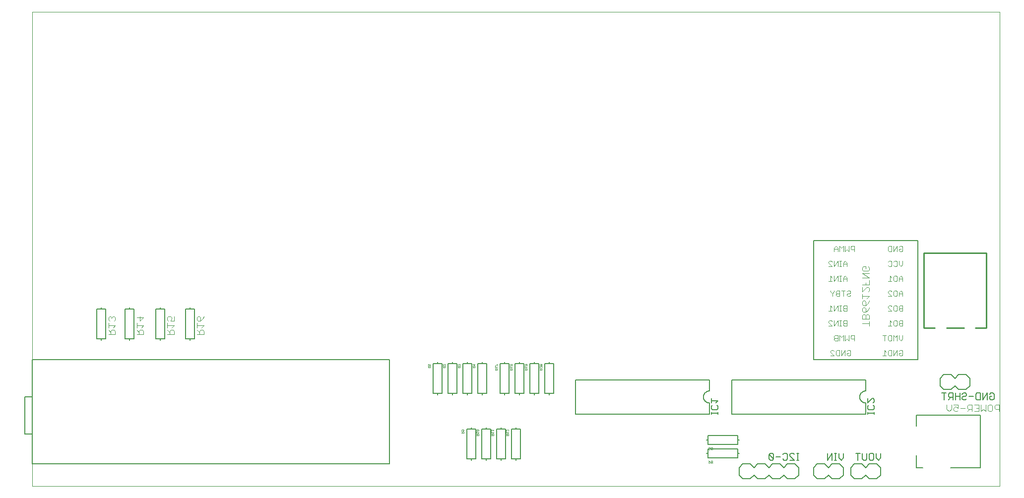
<source format=gbo>
G75*
%MOIN*%
%OFA0B0*%
%FSLAX25Y25*%
%IPPOS*%
%LPD*%
%AMOC8*
5,1,8,0,0,1.08239X$1,22.5*
%
%ADD10C,0.00000*%
%ADD11C,0.00500*%
%ADD12C,0.00800*%
%ADD13C,0.00100*%
%ADD14C,0.00300*%
%ADD15C,0.00400*%
%ADD16C,0.01000*%
%ADD17C,0.00600*%
D10*
X0032595Y0002550D02*
X0032595Y0321251D01*
X0682516Y0321251D01*
X0682516Y0002550D01*
X0032595Y0002550D01*
D11*
X0032595Y0017550D02*
X0032595Y0037550D01*
X0027595Y0037550D01*
X0027595Y0062550D01*
X0032595Y0062550D01*
X0032595Y0087550D01*
X0272595Y0087550D01*
X0272595Y0017550D01*
X0032595Y0017550D01*
X0032595Y0037550D02*
X0032595Y0062550D01*
X0488845Y0061476D02*
X0488845Y0058473D01*
X0488845Y0059974D02*
X0493349Y0059974D01*
X0491848Y0058473D01*
X0492598Y0056872D02*
X0493349Y0056121D01*
X0493349Y0054620D01*
X0492598Y0053869D01*
X0489596Y0053869D01*
X0488845Y0054620D01*
X0488845Y0056121D01*
X0489596Y0056872D01*
X0488845Y0052301D02*
X0488845Y0050800D01*
X0488845Y0051551D02*
X0493349Y0051551D01*
X0493349Y0052301D02*
X0493349Y0050800D01*
X0527762Y0023753D02*
X0528512Y0024504D01*
X0530013Y0024504D01*
X0530764Y0023753D01*
X0530764Y0020751D01*
X0527762Y0023753D01*
X0527762Y0020751D01*
X0528512Y0020000D01*
X0530013Y0020000D01*
X0530764Y0020751D01*
X0532365Y0022252D02*
X0535368Y0022252D01*
X0536969Y0023753D02*
X0537720Y0024504D01*
X0539221Y0024504D01*
X0539972Y0023753D01*
X0539972Y0020751D01*
X0539221Y0020000D01*
X0537720Y0020000D01*
X0536969Y0020751D01*
X0541573Y0020000D02*
X0544576Y0020000D01*
X0541573Y0023003D01*
X0541573Y0023753D01*
X0542324Y0024504D01*
X0543825Y0024504D01*
X0544576Y0023753D01*
X0546144Y0024504D02*
X0547645Y0024504D01*
X0546895Y0024504D02*
X0546895Y0020000D01*
X0547645Y0020000D02*
X0546144Y0020000D01*
X0566969Y0020000D02*
X0566969Y0024504D01*
X0569972Y0024504D02*
X0566969Y0020000D01*
X0569972Y0020000D02*
X0569972Y0024504D01*
X0571540Y0024504D02*
X0573041Y0024504D01*
X0572291Y0024504D02*
X0572291Y0020000D01*
X0573041Y0020000D02*
X0571540Y0020000D01*
X0574643Y0021501D02*
X0576144Y0020000D01*
X0577645Y0021501D01*
X0577645Y0024504D01*
X0574643Y0024504D02*
X0574643Y0021501D01*
X0585831Y0024504D02*
X0588833Y0024504D01*
X0587332Y0024504D02*
X0587332Y0020000D01*
X0590435Y0020751D02*
X0591185Y0020000D01*
X0592687Y0020000D01*
X0593437Y0020751D01*
X0593437Y0024504D01*
X0595039Y0023753D02*
X0595789Y0024504D01*
X0597291Y0024504D01*
X0598041Y0023753D01*
X0598041Y0020751D01*
X0597291Y0020000D01*
X0595789Y0020000D01*
X0595039Y0020751D01*
X0595039Y0023753D01*
X0599643Y0024504D02*
X0599643Y0021501D01*
X0601144Y0020000D01*
X0602645Y0021501D01*
X0602645Y0024504D01*
X0590435Y0024504D02*
X0590435Y0020751D01*
X0593845Y0050800D02*
X0593845Y0052301D01*
X0593845Y0051551D02*
X0598349Y0051551D01*
X0598349Y0052301D02*
X0598349Y0050800D01*
X0597598Y0053869D02*
X0594596Y0053869D01*
X0593845Y0054620D01*
X0593845Y0056121D01*
X0594596Y0056872D01*
X0593845Y0058473D02*
X0596848Y0061476D01*
X0597598Y0061476D01*
X0598349Y0060725D01*
X0598349Y0059224D01*
X0597598Y0058473D01*
X0597598Y0056872D02*
X0598349Y0056121D01*
X0598349Y0054620D01*
X0597598Y0053869D01*
X0593845Y0058473D02*
X0593845Y0061476D01*
X0643647Y0065104D02*
X0646649Y0065104D01*
X0645148Y0065104D02*
X0645148Y0060600D01*
X0648251Y0060600D02*
X0649752Y0062101D01*
X0649001Y0062101D02*
X0651253Y0062101D01*
X0651253Y0060600D02*
X0651253Y0065104D01*
X0649001Y0065104D01*
X0648251Y0064353D01*
X0648251Y0062852D01*
X0649001Y0062101D01*
X0652854Y0062852D02*
X0655857Y0062852D01*
X0657458Y0062101D02*
X0658209Y0062852D01*
X0659710Y0062852D01*
X0660461Y0063603D01*
X0660461Y0064353D01*
X0659710Y0065104D01*
X0658209Y0065104D01*
X0657458Y0064353D01*
X0655857Y0065104D02*
X0655857Y0060600D01*
X0657458Y0061351D02*
X0658209Y0060600D01*
X0659710Y0060600D01*
X0660461Y0061351D01*
X0662062Y0062852D02*
X0665065Y0062852D01*
X0666666Y0064353D02*
X0667417Y0065104D01*
X0669669Y0065104D01*
X0669669Y0060600D01*
X0667417Y0060600D01*
X0666666Y0061351D01*
X0666666Y0064353D01*
X0671270Y0065104D02*
X0671270Y0060600D01*
X0674273Y0065104D01*
X0674273Y0060600D01*
X0675874Y0061351D02*
X0675874Y0062852D01*
X0677375Y0062852D01*
X0675874Y0064353D02*
X0676625Y0065104D01*
X0678126Y0065104D01*
X0678877Y0064353D01*
X0678877Y0061351D01*
X0678126Y0060600D01*
X0676625Y0060600D01*
X0675874Y0061351D01*
X0657458Y0061351D02*
X0657458Y0062101D01*
X0652854Y0060600D02*
X0652854Y0065104D01*
X0627595Y0087550D02*
X0627595Y0167550D01*
X0557595Y0167550D01*
X0557595Y0087550D01*
X0627595Y0087550D01*
D12*
X0642595Y0075050D02*
X0645095Y0077550D01*
X0650095Y0077550D01*
X0652595Y0075050D01*
X0655095Y0077550D01*
X0660095Y0077550D01*
X0662595Y0075050D01*
X0662595Y0070050D01*
X0660095Y0067550D01*
X0655095Y0067550D01*
X0652595Y0070050D01*
X0650095Y0067550D01*
X0645095Y0067550D01*
X0642595Y0070050D01*
X0642595Y0075050D01*
X0626690Y0050267D02*
X0626690Y0042786D01*
X0626690Y0050267D02*
X0669603Y0050267D01*
X0669603Y0014833D01*
X0649524Y0014833D01*
X0631020Y0014833D02*
X0626690Y0014833D01*
X0626690Y0023101D01*
X0602595Y0015050D02*
X0602595Y0010050D01*
X0600095Y0007550D01*
X0595095Y0007550D01*
X0592595Y0010050D01*
X0590095Y0007550D01*
X0585095Y0007550D01*
X0582595Y0010050D01*
X0582595Y0015050D01*
X0585095Y0017550D01*
X0590095Y0017550D01*
X0592595Y0015050D01*
X0595095Y0017550D01*
X0600095Y0017550D01*
X0602595Y0015050D01*
X0577595Y0015050D02*
X0577595Y0010050D01*
X0575095Y0007550D01*
X0570095Y0007550D01*
X0567595Y0010050D01*
X0565095Y0007550D01*
X0560095Y0007550D01*
X0557595Y0010050D01*
X0557595Y0015050D01*
X0560095Y0017550D01*
X0565095Y0017550D01*
X0567595Y0015050D01*
X0570095Y0017550D01*
X0575095Y0017550D01*
X0577595Y0015050D01*
X0547595Y0015050D02*
X0547595Y0010050D01*
X0545095Y0007550D01*
X0540095Y0007550D01*
X0537595Y0010050D01*
X0535095Y0007550D01*
X0530095Y0007550D01*
X0527595Y0010050D01*
X0525095Y0007550D01*
X0520095Y0007550D01*
X0517595Y0010050D01*
X0515095Y0007550D01*
X0510095Y0007550D01*
X0507595Y0010050D01*
X0507595Y0015050D01*
X0510095Y0017550D01*
X0515095Y0017550D01*
X0517595Y0015050D01*
X0520095Y0017550D01*
X0525095Y0017550D01*
X0527595Y0015050D01*
X0530095Y0017550D01*
X0535095Y0017550D01*
X0537595Y0015050D01*
X0540095Y0017550D01*
X0545095Y0017550D01*
X0547595Y0015050D01*
X0507595Y0024550D02*
X0506595Y0024550D01*
X0506595Y0027550D01*
X0486595Y0027550D01*
X0486595Y0024550D01*
X0485595Y0024550D01*
X0486595Y0024550D02*
X0486595Y0021550D01*
X0506595Y0021550D01*
X0506595Y0024550D01*
X0506595Y0030550D02*
X0506595Y0033550D01*
X0507595Y0033550D01*
X0506595Y0033550D02*
X0506595Y0036550D01*
X0486595Y0036550D01*
X0486595Y0033550D01*
X0485595Y0033550D01*
X0486595Y0033550D02*
X0486595Y0030550D01*
X0506595Y0030550D01*
X0383095Y0065050D02*
X0383095Y0085050D01*
X0380095Y0085050D01*
X0380095Y0086050D01*
X0380095Y0085050D02*
X0377095Y0085050D01*
X0377095Y0065050D01*
X0380095Y0065050D01*
X0380095Y0064050D01*
X0380095Y0065050D02*
X0383095Y0065050D01*
X0373095Y0065050D02*
X0373095Y0085050D01*
X0370095Y0085050D01*
X0370095Y0086050D01*
X0370095Y0085050D02*
X0367095Y0085050D01*
X0367095Y0065050D01*
X0370095Y0065050D01*
X0370095Y0064050D01*
X0370095Y0065050D02*
X0373095Y0065050D01*
X0363095Y0065050D02*
X0363095Y0085050D01*
X0360095Y0085050D01*
X0360095Y0086050D01*
X0360095Y0085050D02*
X0357095Y0085050D01*
X0357095Y0065050D01*
X0360095Y0065050D01*
X0360095Y0064050D01*
X0360095Y0065050D02*
X0363095Y0065050D01*
X0353095Y0065050D02*
X0353095Y0085050D01*
X0350095Y0085050D01*
X0350095Y0086050D01*
X0350095Y0085050D02*
X0347095Y0085050D01*
X0347095Y0065050D01*
X0350095Y0065050D01*
X0350095Y0064050D01*
X0350095Y0065050D02*
X0353095Y0065050D01*
X0338095Y0065050D02*
X0338095Y0085050D01*
X0335095Y0085050D01*
X0335095Y0086050D01*
X0335095Y0085050D02*
X0332095Y0085050D01*
X0332095Y0065050D01*
X0335095Y0065050D01*
X0335095Y0064050D01*
X0335095Y0065050D02*
X0338095Y0065050D01*
X0328095Y0065050D02*
X0328095Y0085050D01*
X0325095Y0085050D01*
X0325095Y0086050D01*
X0325095Y0085050D02*
X0322095Y0085050D01*
X0322095Y0065050D01*
X0325095Y0065050D01*
X0325095Y0064050D01*
X0325095Y0065050D02*
X0328095Y0065050D01*
X0318095Y0065050D02*
X0318095Y0085050D01*
X0315095Y0085050D01*
X0315095Y0086050D01*
X0315095Y0085050D02*
X0312095Y0085050D01*
X0312095Y0065050D01*
X0315095Y0065050D01*
X0315095Y0064050D01*
X0315095Y0065050D02*
X0318095Y0065050D01*
X0308095Y0065050D02*
X0308095Y0085050D01*
X0305095Y0085050D01*
X0305095Y0086050D01*
X0305095Y0085050D02*
X0302095Y0085050D01*
X0302095Y0065050D01*
X0305095Y0065050D01*
X0305095Y0064050D01*
X0305095Y0065050D02*
X0308095Y0065050D01*
X0327595Y0042050D02*
X0327595Y0041050D01*
X0324595Y0041050D01*
X0324595Y0021050D01*
X0327595Y0021050D01*
X0327595Y0020050D01*
X0327595Y0021050D02*
X0330595Y0021050D01*
X0330595Y0041050D01*
X0327595Y0041050D01*
X0334595Y0041050D02*
X0337595Y0041050D01*
X0337595Y0042050D01*
X0337595Y0041050D02*
X0340595Y0041050D01*
X0340595Y0021050D01*
X0337595Y0021050D01*
X0337595Y0020050D01*
X0337595Y0021050D02*
X0334595Y0021050D01*
X0334595Y0041050D01*
X0344595Y0041050D02*
X0347595Y0041050D01*
X0347595Y0042050D01*
X0347595Y0041050D02*
X0350595Y0041050D01*
X0350595Y0021050D01*
X0347595Y0021050D01*
X0347595Y0020050D01*
X0347595Y0021050D02*
X0344595Y0021050D01*
X0344595Y0041050D01*
X0354595Y0041050D02*
X0357595Y0041050D01*
X0357595Y0042050D01*
X0357595Y0041050D02*
X0360595Y0041050D01*
X0360595Y0021050D01*
X0357595Y0021050D01*
X0357595Y0020050D01*
X0357595Y0021050D02*
X0354595Y0021050D01*
X0354595Y0041050D01*
X0141595Y0101550D02*
X0141595Y0121550D01*
X0138595Y0121550D01*
X0138595Y0122550D01*
X0138595Y0121550D02*
X0135595Y0121550D01*
X0135595Y0101550D01*
X0138595Y0101550D01*
X0138595Y0100550D01*
X0138595Y0101550D02*
X0141595Y0101550D01*
X0121595Y0101550D02*
X0121595Y0121550D01*
X0118595Y0121550D01*
X0118595Y0122550D01*
X0118595Y0121550D02*
X0115595Y0121550D01*
X0115595Y0101550D01*
X0118595Y0101550D01*
X0118595Y0100550D01*
X0118595Y0101550D02*
X0121595Y0101550D01*
X0101095Y0101550D02*
X0101095Y0121550D01*
X0098095Y0121550D01*
X0098095Y0122550D01*
X0098095Y0121550D02*
X0095095Y0121550D01*
X0095095Y0101550D01*
X0098095Y0101550D01*
X0098095Y0100550D01*
X0098095Y0101550D02*
X0101095Y0101550D01*
X0082095Y0101550D02*
X0082095Y0121550D01*
X0079095Y0121550D01*
X0079095Y0122550D01*
X0079095Y0121550D02*
X0076095Y0121550D01*
X0076095Y0101550D01*
X0079095Y0101550D01*
X0079095Y0100550D01*
X0079095Y0101550D02*
X0082095Y0101550D01*
D13*
X0298545Y0084628D02*
X0298545Y0083627D01*
X0298545Y0083154D02*
X0299046Y0082654D01*
X0299046Y0082904D02*
X0299046Y0082153D01*
X0298545Y0082153D02*
X0300046Y0082153D01*
X0300046Y0082904D01*
X0299796Y0083154D01*
X0299296Y0083154D01*
X0299046Y0082904D01*
X0299546Y0083627D02*
X0300046Y0084127D01*
X0298545Y0084127D01*
X0308545Y0083627D02*
X0309546Y0084628D01*
X0309796Y0084628D01*
X0310046Y0084377D01*
X0310046Y0083877D01*
X0309796Y0083627D01*
X0309796Y0083154D02*
X0309296Y0083154D01*
X0309046Y0082904D01*
X0309046Y0082153D01*
X0308545Y0082153D02*
X0310046Y0082153D01*
X0310046Y0082904D01*
X0309796Y0083154D01*
X0309046Y0082654D02*
X0308545Y0083154D01*
X0308545Y0083627D02*
X0308545Y0084628D01*
X0318545Y0084377D02*
X0318545Y0083877D01*
X0318795Y0083627D01*
X0318545Y0083154D02*
X0319046Y0082654D01*
X0319046Y0082904D02*
X0319046Y0082153D01*
X0318545Y0082153D02*
X0320046Y0082153D01*
X0320046Y0082904D01*
X0319796Y0083154D01*
X0319296Y0083154D01*
X0319046Y0082904D01*
X0319796Y0083627D02*
X0320046Y0083877D01*
X0320046Y0084377D01*
X0319796Y0084628D01*
X0319546Y0084628D01*
X0319296Y0084377D01*
X0319046Y0084628D01*
X0318795Y0084628D01*
X0318545Y0084377D01*
X0319296Y0084377D02*
X0319296Y0084127D01*
X0328545Y0084377D02*
X0330046Y0084377D01*
X0329296Y0083627D01*
X0329296Y0084628D01*
X0329296Y0083154D02*
X0329046Y0082904D01*
X0329046Y0082153D01*
X0328545Y0082153D02*
X0330046Y0082153D01*
X0330046Y0082904D01*
X0329796Y0083154D01*
X0329296Y0083154D01*
X0329046Y0082654D02*
X0328545Y0083154D01*
X0343545Y0083154D02*
X0343545Y0082153D01*
X0343545Y0081681D02*
X0344046Y0081181D01*
X0344046Y0081431D02*
X0344046Y0080680D01*
X0343545Y0080680D02*
X0345046Y0080680D01*
X0345046Y0081431D01*
X0344796Y0081681D01*
X0344296Y0081681D01*
X0344046Y0081431D01*
X0344546Y0082153D02*
X0345046Y0082654D01*
X0343545Y0082654D01*
X0343545Y0083627D02*
X0343795Y0083627D01*
X0344796Y0084628D01*
X0345046Y0084628D01*
X0345046Y0083627D01*
X0353545Y0083877D02*
X0353795Y0083627D01*
X0354046Y0083627D01*
X0354296Y0083877D01*
X0354296Y0084377D01*
X0354046Y0084628D01*
X0353795Y0084628D01*
X0353545Y0084377D01*
X0353545Y0083877D01*
X0353545Y0083154D02*
X0353545Y0082153D01*
X0353545Y0081681D02*
X0354046Y0081181D01*
X0354046Y0081431D02*
X0354046Y0080680D01*
X0353545Y0080680D02*
X0355046Y0080680D01*
X0355046Y0081431D01*
X0354796Y0081681D01*
X0354296Y0081681D01*
X0354046Y0081431D01*
X0354546Y0082153D02*
X0355046Y0082654D01*
X0353545Y0082654D01*
X0354546Y0083627D02*
X0354796Y0083627D01*
X0355046Y0083877D01*
X0355046Y0084377D01*
X0354796Y0084628D01*
X0354546Y0084628D01*
X0354296Y0084377D01*
X0354296Y0083877D02*
X0354546Y0083627D01*
X0363545Y0083877D02*
X0363545Y0084377D01*
X0363795Y0084628D01*
X0364796Y0084628D01*
X0365046Y0084377D01*
X0365046Y0083877D01*
X0364796Y0083627D01*
X0364546Y0083627D01*
X0364296Y0083877D01*
X0364296Y0084628D01*
X0363545Y0083877D02*
X0363795Y0083627D01*
X0363545Y0083154D02*
X0363545Y0082153D01*
X0363545Y0081681D02*
X0364046Y0081181D01*
X0364046Y0081431D02*
X0364046Y0080680D01*
X0363545Y0080680D02*
X0365046Y0080680D01*
X0365046Y0081431D01*
X0364796Y0081681D01*
X0364296Y0081681D01*
X0364046Y0081431D01*
X0364546Y0082153D02*
X0365046Y0082654D01*
X0363545Y0082654D01*
X0373545Y0083154D02*
X0373545Y0082153D01*
X0374546Y0083154D01*
X0374796Y0083154D01*
X0375046Y0082904D01*
X0375046Y0082404D01*
X0374796Y0082153D01*
X0374796Y0081681D02*
X0374296Y0081681D01*
X0374046Y0081431D01*
X0374046Y0080680D01*
X0374046Y0081181D02*
X0373545Y0081681D01*
X0373545Y0080680D02*
X0375046Y0080680D01*
X0375046Y0081431D01*
X0374796Y0081681D01*
X0374796Y0083627D02*
X0375046Y0083877D01*
X0375046Y0084377D01*
X0374796Y0084628D01*
X0373795Y0083627D01*
X0373545Y0083877D01*
X0373545Y0084377D01*
X0373795Y0084628D01*
X0374796Y0084628D01*
X0374796Y0083627D02*
X0373795Y0083627D01*
X0352296Y0040628D02*
X0352546Y0040377D01*
X0352546Y0039877D01*
X0352296Y0039627D01*
X0352296Y0040628D02*
X0352046Y0040628D01*
X0351045Y0039627D01*
X0351045Y0040628D01*
X0351045Y0039154D02*
X0351045Y0038153D01*
X0351045Y0037681D02*
X0351546Y0037181D01*
X0351546Y0037431D02*
X0351546Y0036680D01*
X0351045Y0036680D02*
X0352546Y0036680D01*
X0352546Y0037431D01*
X0352296Y0037681D01*
X0351796Y0037681D01*
X0351546Y0037431D01*
X0352046Y0038153D02*
X0352546Y0038654D01*
X0351045Y0038654D01*
X0342546Y0038654D02*
X0341045Y0038654D01*
X0341045Y0039154D02*
X0341045Y0038153D01*
X0341045Y0037681D02*
X0341546Y0037181D01*
X0341546Y0037431D02*
X0341546Y0036680D01*
X0341045Y0036680D02*
X0342546Y0036680D01*
X0342546Y0037431D01*
X0342296Y0037681D01*
X0341796Y0037681D01*
X0341546Y0037431D01*
X0342046Y0038153D02*
X0342546Y0038654D01*
X0342046Y0039627D02*
X0342546Y0040127D01*
X0341045Y0040127D01*
X0341045Y0039627D02*
X0341045Y0040628D01*
X0332546Y0040377D02*
X0332296Y0040628D01*
X0331295Y0039627D01*
X0331045Y0039877D01*
X0331045Y0040377D01*
X0331295Y0040628D01*
X0332296Y0040628D01*
X0332546Y0040377D02*
X0332546Y0039877D01*
X0332296Y0039627D01*
X0331295Y0039627D01*
X0331045Y0039154D02*
X0331045Y0038153D01*
X0331045Y0037681D02*
X0331546Y0037181D01*
X0331546Y0037431D02*
X0331546Y0036680D01*
X0331045Y0036680D02*
X0332546Y0036680D01*
X0332546Y0037431D01*
X0332296Y0037681D01*
X0331796Y0037681D01*
X0331546Y0037431D01*
X0332046Y0038153D02*
X0332546Y0038654D01*
X0331045Y0038654D01*
X0322546Y0038904D02*
X0322296Y0039154D01*
X0321796Y0039154D01*
X0321546Y0038904D01*
X0321546Y0038153D01*
X0321045Y0038153D02*
X0322546Y0038153D01*
X0322546Y0038904D01*
X0322296Y0039627D02*
X0322046Y0039627D01*
X0321796Y0039877D01*
X0321796Y0040628D01*
X0322296Y0040628D02*
X0322546Y0040377D01*
X0322546Y0039877D01*
X0322296Y0039627D01*
X0322296Y0040628D02*
X0321295Y0040628D01*
X0321045Y0040377D01*
X0321045Y0039877D01*
X0321295Y0039627D01*
X0321045Y0039154D02*
X0321546Y0038654D01*
X0487018Y0028501D02*
X0488018Y0028501D01*
X0488018Y0027751D01*
X0487518Y0028001D01*
X0487268Y0028001D01*
X0487018Y0027751D01*
X0487018Y0027250D01*
X0487268Y0027000D01*
X0487768Y0027000D01*
X0488018Y0027250D01*
X0488491Y0027000D02*
X0488991Y0027500D01*
X0488741Y0027500D02*
X0489492Y0027500D01*
X0489492Y0027000D02*
X0489492Y0028501D01*
X0488741Y0028501D01*
X0488491Y0028251D01*
X0488491Y0027751D01*
X0488741Y0027500D01*
X0488741Y0019501D02*
X0488491Y0019251D01*
X0488491Y0018751D01*
X0488741Y0018500D01*
X0489492Y0018500D01*
X0489492Y0018000D02*
X0489492Y0019501D01*
X0488741Y0019501D01*
X0488991Y0018500D02*
X0488491Y0018000D01*
X0488018Y0018250D02*
X0487768Y0018000D01*
X0487268Y0018000D01*
X0487018Y0018250D01*
X0487018Y0018500D01*
X0487268Y0018751D01*
X0488018Y0018751D01*
X0488018Y0018250D01*
X0488018Y0018751D02*
X0487518Y0019251D01*
X0487018Y0019501D01*
D14*
X0568927Y0090200D02*
X0571396Y0090200D01*
X0568927Y0092669D01*
X0568927Y0093286D01*
X0569544Y0093903D01*
X0570779Y0093903D01*
X0571396Y0093286D01*
X0572610Y0093286D02*
X0573227Y0093903D01*
X0575079Y0093903D01*
X0575079Y0090200D01*
X0573227Y0090200D01*
X0572610Y0090817D01*
X0572610Y0093286D01*
X0576293Y0093903D02*
X0576293Y0090200D01*
X0578762Y0093903D01*
X0578762Y0090200D01*
X0579976Y0090817D02*
X0579976Y0092052D01*
X0581211Y0092052D01*
X0582445Y0093286D02*
X0582445Y0090817D01*
X0581828Y0090200D01*
X0580594Y0090200D01*
X0579976Y0090817D01*
X0579976Y0093286D02*
X0580594Y0093903D01*
X0581828Y0093903D01*
X0582445Y0093286D01*
X0581262Y0100200D02*
X0580028Y0101434D01*
X0578793Y0100200D01*
X0578793Y0103903D01*
X0577579Y0103903D02*
X0576344Y0102669D01*
X0575110Y0103903D01*
X0575110Y0100200D01*
X0573896Y0100200D02*
X0572044Y0100200D01*
X0571427Y0100817D01*
X0571427Y0101434D01*
X0572044Y0102052D01*
X0573896Y0102052D01*
X0573896Y0103903D02*
X0573896Y0100200D01*
X0572044Y0102052D02*
X0571427Y0102669D01*
X0571427Y0103286D01*
X0572044Y0103903D01*
X0573896Y0103903D01*
X0577579Y0103903D02*
X0577579Y0100200D01*
X0581262Y0100200D02*
X0581262Y0103903D01*
X0582476Y0103286D02*
X0583094Y0103903D01*
X0584945Y0103903D01*
X0584945Y0100200D01*
X0584945Y0101434D02*
X0583094Y0101434D01*
X0582476Y0102052D01*
X0582476Y0103286D01*
X0579945Y0110200D02*
X0578094Y0110200D01*
X0577476Y0110817D01*
X0577476Y0111434D01*
X0578094Y0112052D01*
X0579945Y0112052D01*
X0579945Y0113903D02*
X0579945Y0110200D01*
X0578094Y0112052D02*
X0577476Y0112669D01*
X0577476Y0113286D01*
X0578094Y0113903D01*
X0579945Y0113903D01*
X0576262Y0113903D02*
X0575028Y0113903D01*
X0575645Y0113903D02*
X0575645Y0110200D01*
X0576262Y0110200D02*
X0575028Y0110200D01*
X0573807Y0110200D02*
X0573807Y0113903D01*
X0571338Y0110200D01*
X0571338Y0113903D01*
X0570123Y0113286D02*
X0569506Y0113903D01*
X0568272Y0113903D01*
X0567655Y0113286D01*
X0567655Y0112669D01*
X0570123Y0110200D01*
X0567655Y0110200D01*
X0567655Y0120200D02*
X0570123Y0120200D01*
X0571338Y0120200D02*
X0571338Y0123903D01*
X0570123Y0122669D02*
X0568889Y0123903D01*
X0568889Y0120200D01*
X0571338Y0120200D02*
X0573807Y0123903D01*
X0573807Y0120200D01*
X0575028Y0120200D02*
X0576262Y0120200D01*
X0575645Y0120200D02*
X0575645Y0123903D01*
X0576262Y0123903D02*
X0575028Y0123903D01*
X0577476Y0123286D02*
X0577476Y0122669D01*
X0578094Y0122052D01*
X0579945Y0122052D01*
X0579945Y0123903D02*
X0578094Y0123903D01*
X0577476Y0123286D01*
X0578094Y0122052D02*
X0577476Y0121434D01*
X0577476Y0120817D01*
X0578094Y0120200D01*
X0579945Y0120200D01*
X0579945Y0123903D01*
X0580594Y0130200D02*
X0581828Y0130200D01*
X0582445Y0130817D01*
X0581828Y0132052D02*
X0580594Y0132052D01*
X0579976Y0131434D01*
X0579976Y0130817D01*
X0580594Y0130200D01*
X0581828Y0132052D02*
X0582445Y0132669D01*
X0582445Y0133286D01*
X0581828Y0133903D01*
X0580594Y0133903D01*
X0579976Y0133286D01*
X0578762Y0133903D02*
X0576293Y0133903D01*
X0575079Y0133903D02*
X0573227Y0133903D01*
X0572610Y0133286D01*
X0572610Y0132669D01*
X0573227Y0132052D01*
X0575079Y0132052D01*
X0575079Y0133903D02*
X0575079Y0130200D01*
X0573227Y0130200D01*
X0572610Y0130817D01*
X0572610Y0131434D01*
X0573227Y0132052D01*
X0571396Y0133286D02*
X0570161Y0132052D01*
X0570161Y0130200D01*
X0570161Y0132052D02*
X0568927Y0133286D01*
X0568927Y0133903D01*
X0571396Y0133903D02*
X0571396Y0133286D01*
X0577528Y0133903D02*
X0577528Y0130200D01*
X0577476Y0140200D02*
X0577476Y0142669D01*
X0578711Y0143903D01*
X0579945Y0142669D01*
X0579945Y0140200D01*
X0579945Y0142052D02*
X0577476Y0142052D01*
X0576262Y0143903D02*
X0575028Y0143903D01*
X0575645Y0143903D02*
X0575645Y0140200D01*
X0576262Y0140200D02*
X0575028Y0140200D01*
X0573807Y0140200D02*
X0573807Y0143903D01*
X0571338Y0140200D01*
X0571338Y0143903D01*
X0570123Y0142669D02*
X0568889Y0143903D01*
X0568889Y0140200D01*
X0570123Y0140200D02*
X0567655Y0140200D01*
X0567655Y0150200D02*
X0570123Y0150200D01*
X0567655Y0152669D01*
X0567655Y0153286D01*
X0568272Y0153903D01*
X0569506Y0153903D01*
X0570123Y0153286D01*
X0571338Y0153903D02*
X0571338Y0150200D01*
X0573807Y0153903D01*
X0573807Y0150200D01*
X0575028Y0150200D02*
X0576262Y0150200D01*
X0575645Y0150200D02*
X0575645Y0153903D01*
X0576262Y0153903D02*
X0575028Y0153903D01*
X0577476Y0152669D02*
X0577476Y0150200D01*
X0577476Y0152052D02*
X0579945Y0152052D01*
X0579945Y0152669D02*
X0578711Y0153903D01*
X0577476Y0152669D01*
X0579945Y0152669D02*
X0579945Y0150200D01*
X0578793Y0160200D02*
X0578793Y0163903D01*
X0577579Y0163903D02*
X0577579Y0160200D01*
X0578793Y0160200D02*
X0580028Y0161434D01*
X0581262Y0160200D01*
X0581262Y0163903D01*
X0582476Y0163286D02*
X0582476Y0162052D01*
X0583094Y0161434D01*
X0584945Y0161434D01*
X0584945Y0160200D02*
X0584945Y0163903D01*
X0583094Y0163903D01*
X0582476Y0163286D01*
X0577579Y0163903D02*
X0576344Y0162669D01*
X0575110Y0163903D01*
X0575110Y0160200D01*
X0573896Y0160200D02*
X0573896Y0162669D01*
X0572661Y0163903D01*
X0571427Y0162669D01*
X0571427Y0160200D01*
X0571427Y0162052D02*
X0573896Y0162052D01*
X0607610Y0160817D02*
X0607610Y0163286D01*
X0608227Y0163903D01*
X0610079Y0163903D01*
X0610079Y0160200D01*
X0608227Y0160200D01*
X0607610Y0160817D01*
X0611293Y0160200D02*
X0611293Y0163903D01*
X0613762Y0163903D02*
X0611293Y0160200D01*
X0613762Y0160200D02*
X0613762Y0163903D01*
X0614976Y0163286D02*
X0615594Y0163903D01*
X0616828Y0163903D01*
X0617445Y0163286D01*
X0617445Y0160817D01*
X0616828Y0160200D01*
X0615594Y0160200D01*
X0614976Y0160817D01*
X0614976Y0162052D01*
X0616211Y0162052D01*
X0617445Y0153903D02*
X0617445Y0151434D01*
X0616211Y0150200D01*
X0614976Y0151434D01*
X0614976Y0153903D01*
X0613762Y0153286D02*
X0613762Y0150817D01*
X0613145Y0150200D01*
X0611910Y0150200D01*
X0611293Y0150817D01*
X0610079Y0150817D02*
X0609462Y0150200D01*
X0608227Y0150200D01*
X0607610Y0150817D01*
X0610079Y0150817D02*
X0610079Y0153286D01*
X0609462Y0153903D01*
X0608227Y0153903D01*
X0607610Y0153286D01*
X0611293Y0153286D02*
X0611910Y0153903D01*
X0613145Y0153903D01*
X0613762Y0153286D01*
X0613145Y0143903D02*
X0611910Y0143903D01*
X0611293Y0143286D01*
X0611293Y0140817D01*
X0611910Y0140200D01*
X0613145Y0140200D01*
X0613762Y0140817D01*
X0613762Y0143286D01*
X0613145Y0143903D01*
X0614976Y0142669D02*
X0614976Y0140200D01*
X0614976Y0142052D02*
X0617445Y0142052D01*
X0617445Y0142669D02*
X0616211Y0143903D01*
X0614976Y0142669D01*
X0617445Y0142669D02*
X0617445Y0140200D01*
X0610079Y0140200D02*
X0607610Y0140200D01*
X0608844Y0140200D02*
X0608844Y0143903D01*
X0610079Y0142669D01*
X0609462Y0133903D02*
X0610079Y0133286D01*
X0609462Y0133903D02*
X0608227Y0133903D01*
X0607610Y0133286D01*
X0607610Y0132669D01*
X0610079Y0130200D01*
X0607610Y0130200D01*
X0611293Y0130817D02*
X0611293Y0133286D01*
X0611910Y0133903D01*
X0613145Y0133903D01*
X0613762Y0133286D01*
X0613762Y0130817D01*
X0613145Y0130200D01*
X0611910Y0130200D01*
X0611293Y0130817D01*
X0614976Y0130200D02*
X0614976Y0132669D01*
X0616211Y0133903D01*
X0617445Y0132669D01*
X0617445Y0130200D01*
X0617445Y0132052D02*
X0614976Y0132052D01*
X0615594Y0123903D02*
X0614976Y0123286D01*
X0614976Y0122669D01*
X0615594Y0122052D01*
X0617445Y0122052D01*
X0617445Y0123903D02*
X0615594Y0123903D01*
X0617445Y0123903D02*
X0617445Y0120200D01*
X0615594Y0120200D01*
X0614976Y0120817D01*
X0614976Y0121434D01*
X0615594Y0122052D01*
X0613762Y0123286D02*
X0613762Y0120817D01*
X0613145Y0120200D01*
X0611910Y0120200D01*
X0611293Y0120817D01*
X0611293Y0123286D01*
X0611910Y0123903D01*
X0613145Y0123903D01*
X0613762Y0123286D01*
X0610079Y0123286D02*
X0609462Y0123903D01*
X0608227Y0123903D01*
X0607610Y0123286D01*
X0607610Y0122669D01*
X0610079Y0120200D01*
X0607610Y0120200D01*
X0608844Y0113903D02*
X0608844Y0110200D01*
X0607610Y0110200D02*
X0610079Y0110200D01*
X0611293Y0110817D02*
X0611910Y0110200D01*
X0613145Y0110200D01*
X0613762Y0110817D01*
X0613762Y0113286D01*
X0613145Y0113903D01*
X0611910Y0113903D01*
X0611293Y0113286D01*
X0611293Y0110817D01*
X0610079Y0112669D02*
X0608844Y0113903D01*
X0614976Y0113286D02*
X0614976Y0112669D01*
X0615594Y0112052D01*
X0617445Y0112052D01*
X0617445Y0113903D02*
X0617445Y0110200D01*
X0615594Y0110200D01*
X0614976Y0110817D01*
X0614976Y0111434D01*
X0615594Y0112052D01*
X0614976Y0113286D02*
X0615594Y0113903D01*
X0617445Y0113903D01*
X0617445Y0103903D02*
X0617445Y0101434D01*
X0616211Y0100200D01*
X0614976Y0101434D01*
X0614976Y0103903D01*
X0613762Y0103903D02*
X0612528Y0102669D01*
X0611293Y0103903D01*
X0611293Y0100200D01*
X0610079Y0100817D02*
X0609462Y0100200D01*
X0608227Y0100200D01*
X0607610Y0100817D01*
X0607610Y0103286D01*
X0608227Y0103903D01*
X0609462Y0103903D01*
X0610079Y0103286D01*
X0610079Y0100817D01*
X0613762Y0100200D02*
X0613762Y0103903D01*
X0606396Y0103903D02*
X0603927Y0103903D01*
X0605161Y0103903D02*
X0605161Y0100200D01*
X0605161Y0093903D02*
X0605161Y0090200D01*
X0603927Y0090200D02*
X0606396Y0090200D01*
X0607610Y0090817D02*
X0607610Y0093286D01*
X0608227Y0093903D01*
X0610079Y0093903D01*
X0610079Y0090200D01*
X0608227Y0090200D01*
X0607610Y0090817D01*
X0606396Y0092669D02*
X0605161Y0093903D01*
X0611293Y0093903D02*
X0611293Y0090200D01*
X0613762Y0093903D01*
X0613762Y0090200D01*
X0614976Y0090817D02*
X0614976Y0092052D01*
X0616211Y0092052D01*
X0617445Y0093286D02*
X0617445Y0090817D01*
X0616828Y0090200D01*
X0615594Y0090200D01*
X0614976Y0090817D01*
X0614976Y0093286D02*
X0615594Y0093903D01*
X0616828Y0093903D01*
X0617445Y0093286D01*
D15*
X0594899Y0110250D02*
X0594899Y0113319D01*
X0594899Y0111785D02*
X0590295Y0111785D01*
X0590295Y0114854D02*
X0590295Y0117156D01*
X0591062Y0117923D01*
X0591830Y0117923D01*
X0592597Y0117156D01*
X0592597Y0114854D01*
X0590295Y0114854D02*
X0594899Y0114854D01*
X0594899Y0117156D01*
X0594132Y0117923D01*
X0593364Y0117923D01*
X0592597Y0117156D01*
X0592597Y0119458D02*
X0591062Y0119458D01*
X0590295Y0120225D01*
X0590295Y0121760D01*
X0591062Y0122527D01*
X0591830Y0122527D01*
X0592597Y0121760D01*
X0592597Y0119458D01*
X0594132Y0120992D01*
X0594899Y0122527D01*
X0592597Y0124062D02*
X0592597Y0126364D01*
X0591830Y0127131D01*
X0591062Y0127131D01*
X0590295Y0126364D01*
X0590295Y0124829D01*
X0591062Y0124062D01*
X0592597Y0124062D01*
X0594132Y0125596D01*
X0594899Y0127131D01*
X0593364Y0128666D02*
X0594899Y0130200D01*
X0590295Y0130200D01*
X0590295Y0128666D02*
X0590295Y0131735D01*
X0590295Y0133270D02*
X0593364Y0136339D01*
X0594132Y0136339D01*
X0594899Y0135572D01*
X0594899Y0134037D01*
X0594132Y0133270D01*
X0590295Y0133270D02*
X0590295Y0136339D01*
X0590295Y0137874D02*
X0594899Y0137874D01*
X0594899Y0140943D01*
X0594899Y0142477D02*
X0590295Y0142477D01*
X0590295Y0145547D02*
X0594899Y0145547D01*
X0594132Y0147081D02*
X0591062Y0147081D01*
X0590295Y0147849D01*
X0590295Y0149383D01*
X0591062Y0150151D01*
X0592597Y0150151D01*
X0592597Y0148616D01*
X0594132Y0147081D02*
X0594899Y0147849D01*
X0594899Y0149383D01*
X0594132Y0150151D01*
X0590295Y0145547D02*
X0594899Y0142477D01*
X0592597Y0139408D02*
X0592597Y0137874D01*
X0647098Y0057354D02*
X0647098Y0054285D01*
X0648633Y0052750D01*
X0650168Y0054285D01*
X0650168Y0057354D01*
X0651702Y0057354D02*
X0654772Y0057354D01*
X0654772Y0055052D01*
X0653237Y0055819D01*
X0652470Y0055819D01*
X0651702Y0055052D01*
X0651702Y0053517D01*
X0652470Y0052750D01*
X0654004Y0052750D01*
X0654772Y0053517D01*
X0656306Y0055052D02*
X0659376Y0055052D01*
X0660910Y0055052D02*
X0660910Y0056587D01*
X0661677Y0057354D01*
X0663979Y0057354D01*
X0663979Y0052750D01*
X0663979Y0054285D02*
X0661677Y0054285D01*
X0660910Y0055052D01*
X0662445Y0054285D02*
X0660910Y0052750D01*
X0665514Y0052750D02*
X0668583Y0052750D01*
X0668583Y0057354D01*
X0665514Y0057354D01*
X0667049Y0055052D02*
X0668583Y0055052D01*
X0670118Y0052750D02*
X0670118Y0057354D01*
X0673187Y0057354D02*
X0673187Y0052750D01*
X0671653Y0054285D01*
X0670118Y0052750D01*
X0674722Y0053517D02*
X0674722Y0056587D01*
X0675489Y0057354D01*
X0677024Y0057354D01*
X0677791Y0056587D01*
X0677791Y0053517D01*
X0677024Y0052750D01*
X0675489Y0052750D01*
X0674722Y0053517D01*
X0679326Y0055052D02*
X0680093Y0054285D01*
X0682395Y0054285D01*
X0682395Y0052750D02*
X0682395Y0057354D01*
X0680093Y0057354D01*
X0679326Y0056587D01*
X0679326Y0055052D01*
X0147899Y0104438D02*
X0147899Y0106740D01*
X0147132Y0107507D01*
X0145597Y0107507D01*
X0144830Y0106740D01*
X0144830Y0104438D01*
X0144830Y0105973D02*
X0143295Y0107507D01*
X0143295Y0109042D02*
X0143295Y0112111D01*
X0143295Y0110577D02*
X0147899Y0110577D01*
X0146364Y0109042D01*
X0145597Y0113646D02*
X0144062Y0113646D01*
X0143295Y0114413D01*
X0143295Y0115948D01*
X0144062Y0116715D01*
X0144830Y0116715D01*
X0145597Y0115948D01*
X0145597Y0113646D01*
X0147132Y0115181D01*
X0147899Y0116715D01*
X0147899Y0104438D02*
X0143295Y0104438D01*
X0127899Y0104438D02*
X0127899Y0106740D01*
X0127132Y0107507D01*
X0125597Y0107507D01*
X0124830Y0106740D01*
X0124830Y0104438D01*
X0124830Y0105973D02*
X0123295Y0107507D01*
X0123295Y0109042D02*
X0123295Y0112111D01*
X0123295Y0110577D02*
X0127899Y0110577D01*
X0126364Y0109042D01*
X0125597Y0113646D02*
X0126364Y0115181D01*
X0126364Y0115948D01*
X0125597Y0116715D01*
X0124062Y0116715D01*
X0123295Y0115948D01*
X0123295Y0114413D01*
X0124062Y0113646D01*
X0125597Y0113646D02*
X0127899Y0113646D01*
X0127899Y0116715D01*
X0127899Y0104438D02*
X0123295Y0104438D01*
X0107399Y0104438D02*
X0107399Y0106740D01*
X0106632Y0107507D01*
X0105097Y0107507D01*
X0104330Y0106740D01*
X0104330Y0104438D01*
X0104330Y0105973D02*
X0102795Y0107507D01*
X0102795Y0109042D02*
X0102795Y0112111D01*
X0102795Y0110577D02*
X0107399Y0110577D01*
X0105864Y0109042D01*
X0105097Y0113646D02*
X0105097Y0116715D01*
X0102795Y0115948D02*
X0107399Y0115948D01*
X0105097Y0113646D01*
X0102795Y0104438D02*
X0107399Y0104438D01*
X0088399Y0104438D02*
X0088399Y0106740D01*
X0087632Y0107507D01*
X0086097Y0107507D01*
X0085330Y0106740D01*
X0085330Y0104438D01*
X0085330Y0105973D02*
X0083795Y0107507D01*
X0083795Y0109042D02*
X0083795Y0112111D01*
X0083795Y0110577D02*
X0088399Y0110577D01*
X0086864Y0109042D01*
X0087632Y0113646D02*
X0088399Y0114413D01*
X0088399Y0115948D01*
X0087632Y0116715D01*
X0086864Y0116715D01*
X0086097Y0115948D01*
X0085330Y0116715D01*
X0084562Y0116715D01*
X0083795Y0115948D01*
X0083795Y0114413D01*
X0084562Y0113646D01*
X0086097Y0115181D02*
X0086097Y0115948D01*
X0083795Y0104438D02*
X0088399Y0104438D01*
D16*
X0631572Y0109007D02*
X0638973Y0109007D01*
X0631572Y0109007D02*
X0631572Y0159085D01*
X0673619Y0159085D01*
X0673619Y0109007D01*
X0666138Y0109007D01*
X0658658Y0109007D02*
X0646847Y0109007D01*
D17*
X0592595Y0074050D02*
X0592595Y0066550D01*
X0592469Y0066548D01*
X0592344Y0066542D01*
X0592219Y0066532D01*
X0592094Y0066518D01*
X0591969Y0066501D01*
X0591845Y0066479D01*
X0591722Y0066454D01*
X0591600Y0066424D01*
X0591479Y0066391D01*
X0591359Y0066354D01*
X0591240Y0066314D01*
X0591123Y0066269D01*
X0591006Y0066221D01*
X0590892Y0066169D01*
X0590779Y0066114D01*
X0590668Y0066055D01*
X0590559Y0065993D01*
X0590452Y0065927D01*
X0590347Y0065858D01*
X0590244Y0065786D01*
X0590143Y0065711D01*
X0590045Y0065632D01*
X0589950Y0065550D01*
X0589857Y0065466D01*
X0589767Y0065378D01*
X0589679Y0065288D01*
X0589595Y0065195D01*
X0589513Y0065100D01*
X0589434Y0065002D01*
X0589359Y0064901D01*
X0589287Y0064798D01*
X0589218Y0064693D01*
X0589152Y0064586D01*
X0589090Y0064477D01*
X0589031Y0064366D01*
X0588976Y0064253D01*
X0588924Y0064139D01*
X0588876Y0064022D01*
X0588831Y0063905D01*
X0588791Y0063786D01*
X0588754Y0063666D01*
X0588721Y0063545D01*
X0588691Y0063423D01*
X0588666Y0063300D01*
X0588644Y0063176D01*
X0588627Y0063051D01*
X0588613Y0062926D01*
X0588603Y0062801D01*
X0588597Y0062676D01*
X0588595Y0062550D01*
X0588597Y0062424D01*
X0588603Y0062299D01*
X0588613Y0062174D01*
X0588627Y0062049D01*
X0588644Y0061924D01*
X0588666Y0061800D01*
X0588691Y0061677D01*
X0588721Y0061555D01*
X0588754Y0061434D01*
X0588791Y0061314D01*
X0588831Y0061195D01*
X0588876Y0061078D01*
X0588924Y0060961D01*
X0588976Y0060847D01*
X0589031Y0060734D01*
X0589090Y0060623D01*
X0589152Y0060514D01*
X0589218Y0060407D01*
X0589287Y0060302D01*
X0589359Y0060199D01*
X0589434Y0060098D01*
X0589513Y0060000D01*
X0589595Y0059905D01*
X0589679Y0059812D01*
X0589767Y0059722D01*
X0589857Y0059634D01*
X0589950Y0059550D01*
X0590045Y0059468D01*
X0590143Y0059389D01*
X0590244Y0059314D01*
X0590347Y0059242D01*
X0590452Y0059173D01*
X0590559Y0059107D01*
X0590668Y0059045D01*
X0590779Y0058986D01*
X0590892Y0058931D01*
X0591006Y0058879D01*
X0591123Y0058831D01*
X0591240Y0058786D01*
X0591359Y0058746D01*
X0591479Y0058709D01*
X0591600Y0058676D01*
X0591722Y0058646D01*
X0591845Y0058621D01*
X0591969Y0058599D01*
X0592094Y0058582D01*
X0592219Y0058568D01*
X0592344Y0058558D01*
X0592469Y0058552D01*
X0592595Y0058550D01*
X0592595Y0051050D01*
X0502595Y0051050D01*
X0502595Y0074050D01*
X0592595Y0074050D01*
X0487595Y0074050D02*
X0487595Y0066550D01*
X0487469Y0066548D01*
X0487344Y0066542D01*
X0487219Y0066532D01*
X0487094Y0066518D01*
X0486969Y0066501D01*
X0486845Y0066479D01*
X0486722Y0066454D01*
X0486600Y0066424D01*
X0486479Y0066391D01*
X0486359Y0066354D01*
X0486240Y0066314D01*
X0486123Y0066269D01*
X0486006Y0066221D01*
X0485892Y0066169D01*
X0485779Y0066114D01*
X0485668Y0066055D01*
X0485559Y0065993D01*
X0485452Y0065927D01*
X0485347Y0065858D01*
X0485244Y0065786D01*
X0485143Y0065711D01*
X0485045Y0065632D01*
X0484950Y0065550D01*
X0484857Y0065466D01*
X0484767Y0065378D01*
X0484679Y0065288D01*
X0484595Y0065195D01*
X0484513Y0065100D01*
X0484434Y0065002D01*
X0484359Y0064901D01*
X0484287Y0064798D01*
X0484218Y0064693D01*
X0484152Y0064586D01*
X0484090Y0064477D01*
X0484031Y0064366D01*
X0483976Y0064253D01*
X0483924Y0064139D01*
X0483876Y0064022D01*
X0483831Y0063905D01*
X0483791Y0063786D01*
X0483754Y0063666D01*
X0483721Y0063545D01*
X0483691Y0063423D01*
X0483666Y0063300D01*
X0483644Y0063176D01*
X0483627Y0063051D01*
X0483613Y0062926D01*
X0483603Y0062801D01*
X0483597Y0062676D01*
X0483595Y0062550D01*
X0483597Y0062424D01*
X0483603Y0062299D01*
X0483613Y0062174D01*
X0483627Y0062049D01*
X0483644Y0061924D01*
X0483666Y0061800D01*
X0483691Y0061677D01*
X0483721Y0061555D01*
X0483754Y0061434D01*
X0483791Y0061314D01*
X0483831Y0061195D01*
X0483876Y0061078D01*
X0483924Y0060961D01*
X0483976Y0060847D01*
X0484031Y0060734D01*
X0484090Y0060623D01*
X0484152Y0060514D01*
X0484218Y0060407D01*
X0484287Y0060302D01*
X0484359Y0060199D01*
X0484434Y0060098D01*
X0484513Y0060000D01*
X0484595Y0059905D01*
X0484679Y0059812D01*
X0484767Y0059722D01*
X0484857Y0059634D01*
X0484950Y0059550D01*
X0485045Y0059468D01*
X0485143Y0059389D01*
X0485244Y0059314D01*
X0485347Y0059242D01*
X0485452Y0059173D01*
X0485559Y0059107D01*
X0485668Y0059045D01*
X0485779Y0058986D01*
X0485892Y0058931D01*
X0486006Y0058879D01*
X0486123Y0058831D01*
X0486240Y0058786D01*
X0486359Y0058746D01*
X0486479Y0058709D01*
X0486600Y0058676D01*
X0486722Y0058646D01*
X0486845Y0058621D01*
X0486969Y0058599D01*
X0487094Y0058582D01*
X0487219Y0058568D01*
X0487344Y0058558D01*
X0487469Y0058552D01*
X0487595Y0058550D01*
X0487595Y0051050D01*
X0397595Y0051050D01*
X0397595Y0074050D01*
X0487595Y0074050D01*
M02*

</source>
